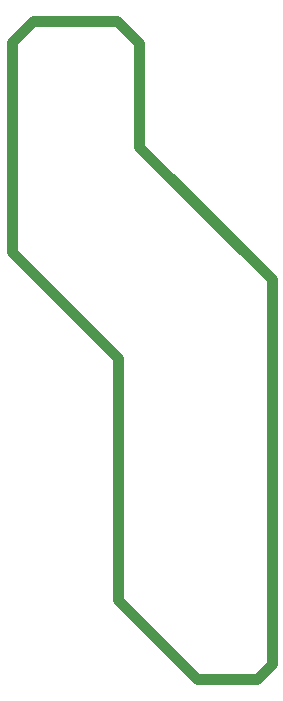
<source format=gko>
G04 start of page 2 for group 9 layer_idx 6 *
G04 Title: (unknown), global_outline *
G04 Creator: pcb-rnd 2.3.0 *
G04 CreationDate: 2021-05-03 18:52:41 UTC *
G04 For:  *
G04 Format: Gerber/RS-274X *
G04 PCB-Dimensions: 500000 500000 *
G04 PCB-Coordinate-Origin: lower left *
%MOIN*%
%FSLAX25Y25*%
%LNGLOBAL_BOUNDARY_UROUTE_9*%
%ADD45C,0.0350*%
G54D45*X165600Y430350D02*X193650D01*
X158600Y423350D02*X165600Y430350D01*
X158600Y353400D02*Y423350D01*
X193650Y430350D02*X201000Y423000D01*
Y388500D01*
X194000Y318000D02*X158600Y353400D01*
X201000Y388500D02*X245100Y344400D01*
X194000Y237500D02*X220400Y211100D01*
X245100Y216100D02*X240100Y211100D01*
X220400D02*X240100D01*
X194000Y237500D02*Y318000D01*
X245100Y344400D02*Y216100D01*
M02*

</source>
